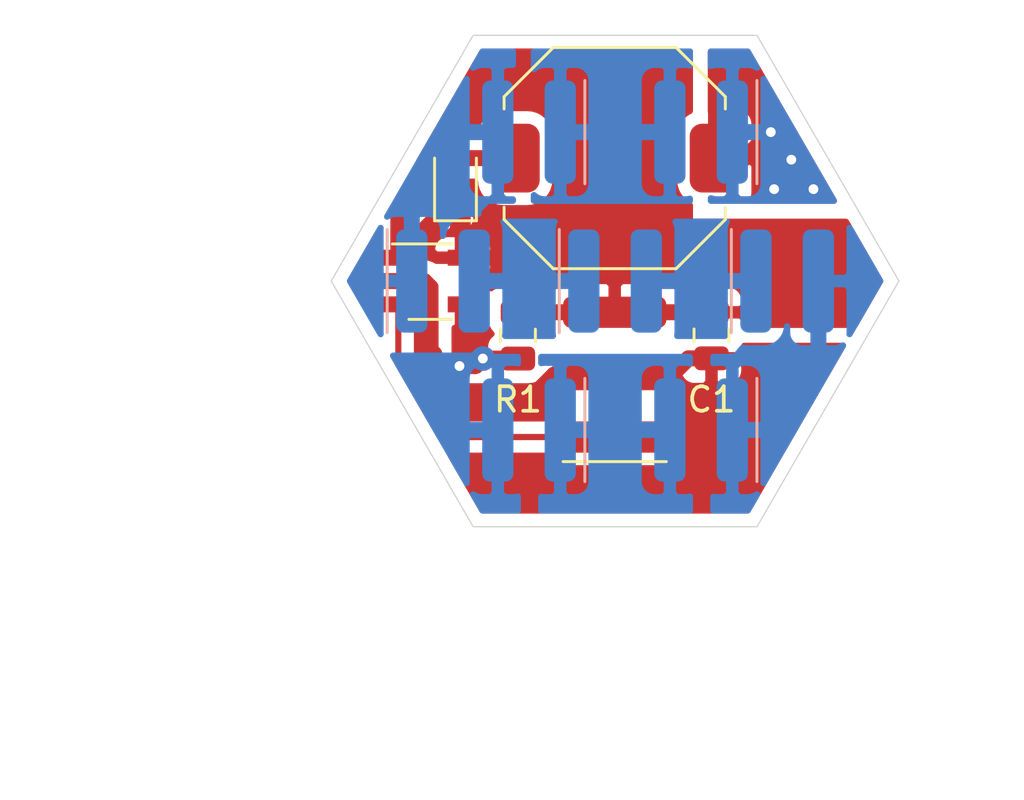
<source format=kicad_pcb>
(kicad_pcb (version 20171130) (host pcbnew "(5.1.6)-1")

  (general
    (thickness 1.6)
    (drawings 8)
    (tracks 60)
    (zones 0)
    (modules 13)
    (nets 13)
  )

  (page A4)
  (layers
    (0 F.Cu signal)
    (31 B.Cu signal)
    (32 B.Adhes user)
    (33 F.Adhes user)
    (34 B.Paste user)
    (35 F.Paste user)
    (36 B.SilkS user)
    (37 F.SilkS user)
    (38 B.Mask user)
    (39 F.Mask user)
    (40 Dwgs.User user)
    (41 Cmts.User user)
    (42 Eco1.User user)
    (43 Eco2.User user)
    (44 Edge.Cuts user)
    (45 Margin user)
    (46 B.CrtYd user)
    (47 F.CrtYd user)
    (48 B.Fab user)
    (49 F.Fab user)
  )

  (setup
    (last_trace_width 0.25)
    (trace_clearance 0.2)
    (zone_clearance 0.508)
    (zone_45_only no)
    (trace_min 0.2)
    (via_size 1)
    (via_drill 0.4)
    (via_min_size 0.4)
    (via_min_drill 0.3)
    (uvia_size 0.3)
    (uvia_drill 0.1)
    (uvias_allowed no)
    (uvia_min_size 0.2)
    (uvia_min_drill 0.1)
    (edge_width 0.05)
    (segment_width 0.2)
    (pcb_text_width 0.3)
    (pcb_text_size 1.5 1.5)
    (mod_edge_width 0.12)
    (mod_text_size 1 1)
    (mod_text_width 0.15)
    (pad_size 1.524 1.524)
    (pad_drill 0.762)
    (pad_to_mask_clearance 0.05)
    (aux_axis_origin 0 0)
    (visible_elements 7FFFFFFF)
    (pcbplotparams
      (layerselection 0x010d0_ffffffff)
      (usegerberextensions false)
      (usegerberattributes true)
      (usegerberadvancedattributes true)
      (creategerberjobfile true)
      (excludeedgelayer true)
      (linewidth 0.100000)
      (plotframeref false)
      (viasonmask false)
      (mode 1)
      (useauxorigin false)
      (hpglpennumber 1)
      (hpglpenspeed 20)
      (hpglpendiameter 15.000000)
      (psnegative false)
      (psa4output false)
      (plotreference true)
      (plotvalue true)
      (plotinvisibletext false)
      (padsonsilk false)
      (subtractmaskfromsilk false)
      (outputformat 1)
      (mirror false)
      (drillshape 0)
      (scaleselection 1)
      (outputdirectory ""))
  )

  (net 0 "")
  (net 1 GND)
  (net 2 VS)
  (net 3 "Net-(D1-Pad2)")
  (net 4 "Net-(D1-Pad1)")
  (net 5 "Net-(D2-Pad1)")
  (net 6 "Net-(D3-Pad1)")
  (net 7 "Net-(D4-Pad1)")
  (net 8 "Net-(D5-Pad1)")
  (net 9 "Net-(D6-Pad1)")
  (net 10 "Net-(J1-Pad1)")
  (net 11 "Net-(D7-Pad1)")
  (net 12 "Net-(D8-Pad2)")

  (net_class Default "This is the default net class."
    (clearance 0.2)
    (trace_width 0.25)
    (via_dia 1)
    (via_drill 0.4)
    (uvia_dia 0.3)
    (uvia_drill 0.1)
    (add_net "Net-(J1-Pad1)")
  )

  (net_class 300mA ""
    (clearance 0.2)
    (trace_width 0.65)
    (via_dia 1)
    (via_drill 0.4)
    (uvia_dia 0.3)
    (uvia_drill 0.1)
    (add_net GND)
    (add_net "Net-(D1-Pad1)")
    (add_net "Net-(D1-Pad2)")
    (add_net "Net-(D2-Pad1)")
    (add_net "Net-(D3-Pad1)")
    (add_net "Net-(D4-Pad1)")
    (add_net "Net-(D5-Pad1)")
    (add_net "Net-(D6-Pad1)")
    (add_net "Net-(D7-Pad1)")
    (add_net "Net-(D8-Pad2)")
    (add_net VS)
  )

  (module Package_TO_SOT_SMD:TSOT-23-5 (layer F.Cu) (tedit 5A02FF57) (tstamp 618EFDD5)
    (at 137.922 78.74)
    (descr "5-pin TSOT23 package, http://cds.linear.com/docs/en/packaging/SOT_5_05-08-1635.pdf")
    (tags TSOT-23-5)
    (path /618EC6C1)
    (attr smd)
    (fp_text reference U1 (at 0 -2.45) (layer F.SilkS) hide
      (effects (font (size 1 1) (thickness 0.15)))
    )
    (fp_text value ZXLD1350 (at 0 2.5) (layer F.Fab)
      (effects (font (size 1 1) (thickness 0.15)))
    )
    (fp_line (start 2.17 1.7) (end -2.17 1.7) (layer F.CrtYd) (width 0.05))
    (fp_line (start 2.17 1.7) (end 2.17 -1.7) (layer F.CrtYd) (width 0.05))
    (fp_line (start -2.17 -1.7) (end -2.17 1.7) (layer F.CrtYd) (width 0.05))
    (fp_line (start -2.17 -1.7) (end 2.17 -1.7) (layer F.CrtYd) (width 0.05))
    (fp_line (start 0.88 -1.45) (end 0.88 1.45) (layer F.Fab) (width 0.1))
    (fp_line (start 0.88 1.45) (end -0.88 1.45) (layer F.Fab) (width 0.1))
    (fp_line (start -0.88 -1) (end -0.88 1.45) (layer F.Fab) (width 0.1))
    (fp_line (start 0.88 -1.45) (end -0.43 -1.45) (layer F.Fab) (width 0.1))
    (fp_line (start -0.88 -1) (end -0.43 -1.45) (layer F.Fab) (width 0.1))
    (fp_line (start 0.88 -1.51) (end -1.55 -1.51) (layer F.SilkS) (width 0.12))
    (fp_line (start -0.88 1.56) (end 0.88 1.56) (layer F.SilkS) (width 0.12))
    (fp_text user %R (at 0 0 90) (layer F.Fab)
      (effects (font (size 0.5 0.5) (thickness 0.075)))
    )
    (pad 5 smd rect (at 1.31 -0.95) (size 1.22 0.65) (layers F.Cu F.Paste F.Mask)
      (net 2 VS))
    (pad 4 smd rect (at 1.31 0.95) (size 1.22 0.65) (layers F.Cu F.Paste F.Mask)
      (net 3 "Net-(D1-Pad2)"))
    (pad 3 smd rect (at -1.31 0.95) (size 1.22 0.65) (layers F.Cu F.Paste F.Mask)
      (net 10 "Net-(J1-Pad1)"))
    (pad 2 smd rect (at -1.31 0) (size 1.22 0.65) (layers F.Cu F.Paste F.Mask)
      (net 1 GND))
    (pad 1 smd rect (at -1.31 -0.95) (size 1.22 0.65) (layers F.Cu F.Paste F.Mask)
      (net 12 "Net-(D8-Pad2)"))
    (model ${KISYS3DMOD}/Package_TO_SOT_SMD.3dshapes/TSOT-23-5.wrl
      (at (xyz 0 0 0))
      (scale (xyz 1 1 1))
      (rotate (xyz 0 0 0))
    )
  )

  (module Diode_SMD:D_SOD-323 (layer F.Cu) (tedit 58641739) (tstamp 618EFB3D)
    (at 138.938 74.7862 90)
    (descr SOD-323)
    (tags SOD-323)
    (path /61915E62)
    (attr smd)
    (fp_text reference D8 (at 0 -1.85 90) (layer F.SilkS) hide
      (effects (font (size 1 1) (thickness 0.15)))
    )
    (fp_text value D_Schottky (at 0.1 1.9 90) (layer F.Fab)
      (effects (font (size 1 1) (thickness 0.15)))
    )
    (fp_line (start -1.5 -0.85) (end 1.05 -0.85) (layer F.SilkS) (width 0.12))
    (fp_line (start -1.5 0.85) (end 1.05 0.85) (layer F.SilkS) (width 0.12))
    (fp_line (start -1.6 -0.95) (end -1.6 0.95) (layer F.CrtYd) (width 0.05))
    (fp_line (start -1.6 0.95) (end 1.6 0.95) (layer F.CrtYd) (width 0.05))
    (fp_line (start 1.6 -0.95) (end 1.6 0.95) (layer F.CrtYd) (width 0.05))
    (fp_line (start -1.6 -0.95) (end 1.6 -0.95) (layer F.CrtYd) (width 0.05))
    (fp_line (start -0.9 -0.7) (end 0.9 -0.7) (layer F.Fab) (width 0.1))
    (fp_line (start 0.9 -0.7) (end 0.9 0.7) (layer F.Fab) (width 0.1))
    (fp_line (start 0.9 0.7) (end -0.9 0.7) (layer F.Fab) (width 0.1))
    (fp_line (start -0.9 0.7) (end -0.9 -0.7) (layer F.Fab) (width 0.1))
    (fp_line (start -0.3 -0.35) (end -0.3 0.35) (layer F.Fab) (width 0.1))
    (fp_line (start -0.3 0) (end -0.5 0) (layer F.Fab) (width 0.1))
    (fp_line (start -0.3 0) (end 0.2 -0.35) (layer F.Fab) (width 0.1))
    (fp_line (start 0.2 -0.35) (end 0.2 0.35) (layer F.Fab) (width 0.1))
    (fp_line (start 0.2 0.35) (end -0.3 0) (layer F.Fab) (width 0.1))
    (fp_line (start 0.2 0) (end 0.45 0) (layer F.Fab) (width 0.1))
    (fp_line (start -1.5 -0.85) (end -1.5 0.85) (layer F.SilkS) (width 0.12))
    (fp_text user %R (at 0 -1.85 90) (layer F.Fab)
      (effects (font (size 1 1) (thickness 0.15)))
    )
    (pad 2 smd rect (at 1.05 0 90) (size 0.6 0.45) (layers F.Cu F.Paste F.Mask)
      (net 12 "Net-(D8-Pad2)"))
    (pad 1 smd rect (at -1.05 0 90) (size 0.6 0.45) (layers F.Cu F.Paste F.Mask)
      (net 2 VS))
    (model ${KISYS3DMOD}/Diode_SMD.3dshapes/D_SOD-323.wrl
      (at (xyz 0 0 0))
      (scale (xyz 1 1 1))
      (rotate (xyz 0 0 0))
    )
  )

  (module IRheating:91601-302LF (layer B.Cu) (tedit 618D2B19) (tstamp 618C85B8)
    (at 150.2 72.6778 180)
    (path /618C7F50)
    (fp_text reference D7 (at 1.5 3) (layer B.SilkS) hide
      (effects (font (size 1 1) (thickness 0.15)) (justify mirror))
    )
    (fp_text value "SFH 4550" (at 1.5 -3.5) (layer B.Fab)
      (effects (font (size 1 1) (thickness 0.15)) (justify mirror))
    )
    (fp_line (start -1 2.1) (end -1 -2.1) (layer B.SilkS) (width 0.12))
    (pad 2 smd roundrect (at 2.54 0 180) (size 1.27 4.2) (layers B.Cu B.Paste B.Mask) (roundrect_rratio 0.25)
      (net 9 "Net-(D6-Pad1)"))
    (pad 1 smd roundrect (at 0 0 180) (size 1.27 4.2) (layers B.Cu B.Paste B.Mask) (roundrect_rratio 0.25)
      (net 11 "Net-(D7-Pad1)"))
    (model ${KIPRJMOD}/91601-302LFc.stp
      (offset (xyz 1.27 0 7.2))
      (scale (xyz 1 1 1))
      (rotate (xyz -90 0 0))
    )
    (model ${KISYS3DMOD}/LED_THT.3dshapes/LED_D5.0mm.step
      (offset (xyz 0 0 4.5))
      (scale (xyz 1 1 1))
      (rotate (xyz 0 0 0))
    )
  )

  (module IRheating:91601-302LF (layer B.Cu) (tedit 618D2B19) (tstamp 618C874A)
    (at 143.2 84.8022 180)
    (path /618C0BB3)
    (fp_text reference D1 (at 1.5 3) (layer B.SilkS) hide
      (effects (font (size 1 1) (thickness 0.15)) (justify mirror))
    )
    (fp_text value "SFH 4550" (at 1.5 -3.5) (layer B.Fab)
      (effects (font (size 1 1) (thickness 0.15)) (justify mirror))
    )
    (fp_line (start -1 2.1) (end -1 -2.1) (layer B.SilkS) (width 0.12))
    (pad 2 smd roundrect (at 2.54 0 180) (size 1.27 4.2) (layers B.Cu B.Paste B.Mask) (roundrect_rratio 0.25)
      (net 3 "Net-(D1-Pad2)"))
    (pad 1 smd roundrect (at 0 0 180) (size 1.27 4.2) (layers B.Cu B.Paste B.Mask) (roundrect_rratio 0.25)
      (net 4 "Net-(D1-Pad1)"))
    (model ${KIPRJMOD}/91601-302LFc.stp
      (offset (xyz 1.27 0 7.2))
      (scale (xyz 1 1 1))
      (rotate (xyz -90 0 0))
    )
    (model ${KISYS3DMOD}/LED_THT.3dshapes/LED_D5.0mm.step
      (offset (xyz 0 0 4.5))
      (scale (xyz 1 1 1))
      (rotate (xyz 0 0 0))
    )
  )

  (module IRheating:91601-302LF (layer B.Cu) (tedit 618D2B19) (tstamp 618C854A)
    (at 150.2 84.8022 180)
    (path /618C703C)
    (fp_text reference D2 (at 1.5 3) (layer B.SilkS) hide
      (effects (font (size 1 1) (thickness 0.15)) (justify mirror))
    )
    (fp_text value "SFH 4550" (at 1.5 -3.5) (layer B.Fab)
      (effects (font (size 1 1) (thickness 0.15)) (justify mirror))
    )
    (fp_line (start -1 2.1) (end -1 -2.1) (layer B.SilkS) (width 0.12))
    (pad 2 smd roundrect (at 2.54 0 180) (size 1.27 4.2) (layers B.Cu B.Paste B.Mask) (roundrect_rratio 0.25)
      (net 4 "Net-(D1-Pad1)"))
    (pad 1 smd roundrect (at 0 0 180) (size 1.27 4.2) (layers B.Cu B.Paste B.Mask) (roundrect_rratio 0.25)
      (net 5 "Net-(D2-Pad1)"))
    (model ${KIPRJMOD}/91601-302LFc.stp
      (offset (xyz 1.27 0 7.2))
      (scale (xyz 1 1 1))
      (rotate (xyz -90 0 0))
    )
    (model ${KISYS3DMOD}/LED_THT.3dshapes/LED_D5.0mm.step
      (offset (xyz 0 0 4.5))
      (scale (xyz 1 1 1))
      (rotate (xyz 0 0 0))
    )
  )

  (module IRheating:91601-302LF (layer B.Cu) (tedit 618D2B19) (tstamp 618C880A)
    (at 151.16 78.74)
    (path /618C7460)
    (fp_text reference D3 (at 1.5 3) (layer B.SilkS) hide
      (effects (font (size 1 1) (thickness 0.15)) (justify mirror))
    )
    (fp_text value "SFH 4550" (at 1.5 -3.5) (layer B.Fab)
      (effects (font (size 1 1) (thickness 0.15)) (justify mirror))
    )
    (fp_line (start -1 2.1) (end -1 -2.1) (layer B.SilkS) (width 0.12))
    (pad 2 smd roundrect (at 2.54 0) (size 1.27 4.2) (layers B.Cu B.Paste B.Mask) (roundrect_rratio 0.25)
      (net 5 "Net-(D2-Pad1)"))
    (pad 1 smd roundrect (at 0 0) (size 1.27 4.2) (layers B.Cu B.Paste B.Mask) (roundrect_rratio 0.25)
      (net 6 "Net-(D3-Pad1)"))
    (model ${KIPRJMOD}/91601-302LFc.stp
      (offset (xyz 1.27 0 7.2))
      (scale (xyz 1 1 1))
      (rotate (xyz -90 0 0))
    )
    (model ${KISYS3DMOD}/LED_THT.3dshapes/LED_D5.0mm.step
      (offset (xyz 0 0 4.5))
      (scale (xyz 1 1 1))
      (rotate (xyz 0 0 0))
    )
  )

  (module IRheating:91601-302LF (layer B.Cu) (tedit 618D2B19) (tstamp 618CA7CA)
    (at 144.16 78.74)
    (path /618C746A)
    (fp_text reference D4 (at 1.5 3) (layer B.SilkS) hide
      (effects (font (size 1 1) (thickness 0.15)) (justify mirror))
    )
    (fp_text value "SFH 4550" (at 1.5 -3.5) (layer B.Fab)
      (effects (font (size 1 1) (thickness 0.15)) (justify mirror))
    )
    (fp_line (start -1 2.1) (end -1 -2.1) (layer B.SilkS) (width 0.12))
    (pad 2 smd roundrect (at 2.54 0) (size 1.27 4.2) (layers B.Cu B.Paste B.Mask) (roundrect_rratio 0.25)
      (net 6 "Net-(D3-Pad1)"))
    (pad 1 smd roundrect (at 0 0) (size 1.27 4.2) (layers B.Cu B.Paste B.Mask) (roundrect_rratio 0.25)
      (net 7 "Net-(D4-Pad1)"))
    (model ${KIPRJMOD}/91601-302LFc.stp
      (offset (xyz 1.27 0 7.2))
      (scale (xyz 1 1 1))
      (rotate (xyz -90 0 0))
    )
    (model ${KISYS3DMOD}/LED_THT.3dshapes/LED_D5.0mm.step
      (offset (xyz 0 0 4.5))
      (scale (xyz 1 1 1))
      (rotate (xyz 0 0 0))
    )
  )

  (module IRheating:91601-302LF (layer B.Cu) (tedit 618D2B19) (tstamp 618CC15C)
    (at 137.16 78.74)
    (path /618C7F3C)
    (fp_text reference D5 (at 1.5 3) (layer B.SilkS) hide
      (effects (font (size 1 1) (thickness 0.15)) (justify mirror))
    )
    (fp_text value "SFH 4550" (at 1.5 -3.5) (layer B.Fab)
      (effects (font (size 1 1) (thickness 0.15)) (justify mirror))
    )
    (fp_line (start -1 2.1) (end -1 -2.1) (layer B.SilkS) (width 0.12))
    (pad 2 smd roundrect (at 2.54 0) (size 1.27 4.2) (layers B.Cu B.Paste B.Mask) (roundrect_rratio 0.25)
      (net 7 "Net-(D4-Pad1)"))
    (pad 1 smd roundrect (at 0 0) (size 1.27 4.2) (layers B.Cu B.Paste B.Mask) (roundrect_rratio 0.25)
      (net 8 "Net-(D5-Pad1)"))
    (model ${KIPRJMOD}/91601-302LFc.stp
      (offset (xyz 1.27 0 7.2))
      (scale (xyz 1 1 1))
      (rotate (xyz -90 0 0))
    )
    (model ${KISYS3DMOD}/LED_THT.3dshapes/LED_D5.0mm.step
      (offset (xyz 0 0 4.5))
      (scale (xyz 1 1 1))
      (rotate (xyz 0 0 0))
    )
  )

  (module IRheating:91601-302LF (layer B.Cu) (tedit 618D2B19) (tstamp 618C85A2)
    (at 143.2 72.6778 180)
    (path /618C7F46)
    (fp_text reference D6 (at 1.5 3) (layer B.SilkS) hide
      (effects (font (size 1 1) (thickness 0.15)) (justify mirror))
    )
    (fp_text value "SFH 4550" (at 1.5 -3.5) (layer B.Fab)
      (effects (font (size 1 1) (thickness 0.15)) (justify mirror))
    )
    (fp_line (start -1 2.1) (end -1 -2.1) (layer B.SilkS) (width 0.12))
    (pad 2 smd roundrect (at 2.54 0 180) (size 1.27 4.2) (layers B.Cu B.Paste B.Mask) (roundrect_rratio 0.25)
      (net 8 "Net-(D5-Pad1)"))
    (pad 1 smd roundrect (at 0 0 180) (size 1.27 4.2) (layers B.Cu B.Paste B.Mask) (roundrect_rratio 0.25)
      (net 9 "Net-(D6-Pad1)"))
    (model ${KIPRJMOD}/91601-302LFc.stp
      (offset (xyz 1.27 0 7.2))
      (scale (xyz 1 1 1))
      (rotate (xyz -90 0 0))
    )
    (model ${KISYS3DMOD}/LED_THT.3dshapes/LED_D5.0mm.step
      (offset (xyz 0 0 4.5))
      (scale (xyz 1 1 1))
      (rotate (xyz 0 0 0))
    )
  )

  (module IRheating:CDRH8D58 (layer F.Cu) (tedit 618D2976) (tstamp 618F003C)
    (at 145.415 73.7362 180)
    (path /618CE241)
    (fp_text reference L1 (at 0 -5.5) (layer F.SilkS) hide
      (effects (font (size 1 1) (thickness 0.15)))
    )
    (fp_text value 68uH (at 0 2.5) (layer F.Fab)
      (effects (font (size 1 1) (thickness 0.15)))
    )
    (fp_line (start -5 -3) (end -3 -5) (layer F.CrtYd) (width 0.12))
    (fp_line (start -3 -5) (end 3 -5) (layer F.CrtYd) (width 0.12))
    (fp_line (start 3 -5) (end 5 -3) (layer F.CrtYd) (width 0.12))
    (fp_line (start 5 -3) (end 5 2.5) (layer F.CrtYd) (width 0.12))
    (fp_line (start 5 2.5) (end 5 3) (layer F.CrtYd) (width 0.12))
    (fp_line (start 5 3) (end 3 5) (layer F.CrtYd) (width 0.12))
    (fp_line (start 3 5) (end -3 5) (layer F.CrtYd) (width 0.12))
    (fp_line (start -3 5) (end -5 3) (layer F.CrtYd) (width 0.12))
    (fp_line (start -5 3) (end -5 -3) (layer F.CrtYd) (width 0.12))
    (fp_line (start -4.5 -2) (end -4.5 -2.5) (layer F.SilkS) (width 0.12))
    (fp_line (start -4.5 -2.5) (end -2.5 -4.5) (layer F.SilkS) (width 0.12))
    (fp_line (start -2.5 -4.5) (end 2.5 -4.5) (layer F.SilkS) (width 0.12))
    (fp_line (start 2.5 -4.5) (end 4.5 -2.5) (layer F.SilkS) (width 0.12))
    (fp_line (start 4.5 -2.5) (end 4.5 -2) (layer F.SilkS) (width 0.12))
    (fp_line (start 4.5 2) (end 4.5 2.5) (layer F.SilkS) (width 0.12))
    (fp_line (start 4.5 2.5) (end 2.5 4.5) (layer F.SilkS) (width 0.12))
    (fp_line (start 2.5 4.5) (end -2.5 4.5) (layer F.SilkS) (width 0.12))
    (fp_line (start -2.5 4.5) (end -4.5 2.5) (layer F.SilkS) (width 0.12))
    (fp_line (start -4.5 2.5) (end -4.5 2) (layer F.SilkS) (width 0.12))
    (pad 2 smd roundrect (at 4.05 0 180) (size 2 2.8) (layers F.Cu F.Paste F.Mask) (roundrect_rratio 0.25)
      (net 12 "Net-(D8-Pad2)"))
    (pad 1 smd roundrect (at -4.05 0 180) (size 2 2.8) (layers F.Cu F.Paste F.Mask) (roundrect_rratio 0.25)
      (net 11 "Net-(D7-Pad1)"))
    (model ${KIPRJMOD}/CDRH8D58.stp
      (at (xyz 0 0 0))
      (scale (xyz 1 1 1))
      (rotate (xyz 0 0 0))
    )
  )

  (module IRheating:91601-303LF (layer F.Cu) (tedit 618D29A1) (tstamp 618EFCA6)
    (at 145.415 85.09 90)
    (path /618F82B6)
    (fp_text reference J1 (at 1.5 -3 90) (layer F.SilkS) hide
      (effects (font (size 1 1) (thickness 0.15)))
    )
    (fp_text value Conn_01x03_Male (at 1.5 3.5 90) (layer F.Fab)
      (effects (font (size 1 1) (thickness 0.15)))
    )
    (fp_line (start -1 -2.1) (end -1 2.1) (layer F.SilkS) (width 0.12))
    (pad 3 smd roundrect (at 5.08 0 90) (size 1.27 4.2) (layers F.Cu F.Paste F.Mask) (roundrect_rratio 0.25)
      (net 2 VS))
    (pad 2 smd roundrect (at 2.54 0 90) (size 1.27 4.2) (layers F.Cu F.Paste F.Mask) (roundrect_rratio 0.25)
      (net 1 GND))
    (pad 1 smd roundrect (at 0 0 90) (size 1.27 4.2) (layers F.Cu F.Paste F.Mask) (roundrect_rratio 0.25)
      (net 10 "Net-(J1-Pad1)"))
    (model ${KIPRJMOD}/91601-303LFc.stp
      (offset (xyz 2.54 0 7.15))
      (scale (xyz 1 1 1))
      (rotate (xyz -90 0 0))
    )
  )

  (module Resistor_SMD:R_0805_2012Metric (layer F.Cu) (tedit 5B36C52B) (tstamp 618F0CFA)
    (at 141.478 80.9575 90)
    (descr "Resistor SMD 0805 (2012 Metric), square (rectangular) end terminal, IPC_7351 nominal, (Body size source: https://docs.google.com/spreadsheets/d/1BsfQQcO9C6DZCsRaXUlFlo91Tg2WpOkGARC1WS5S8t0/edit?usp=sharing), generated with kicad-footprint-generator")
    (tags resistor)
    (path /618E2570)
    (attr smd)
    (fp_text reference R1 (at -2.6085 0 180) (layer F.SilkS)
      (effects (font (size 1 1) (thickness 0.15)))
    )
    (fp_text value 1 (at 0 1.65 90) (layer F.Fab)
      (effects (font (size 1 1) (thickness 0.15)))
    )
    (fp_line (start 1.68 0.95) (end -1.68 0.95) (layer F.CrtYd) (width 0.05))
    (fp_line (start 1.68 -0.95) (end 1.68 0.95) (layer F.CrtYd) (width 0.05))
    (fp_line (start -1.68 -0.95) (end 1.68 -0.95) (layer F.CrtYd) (width 0.05))
    (fp_line (start -1.68 0.95) (end -1.68 -0.95) (layer F.CrtYd) (width 0.05))
    (fp_line (start -0.258578 0.71) (end 0.258578 0.71) (layer F.SilkS) (width 0.12))
    (fp_line (start -0.258578 -0.71) (end 0.258578 -0.71) (layer F.SilkS) (width 0.12))
    (fp_line (start 1 0.6) (end -1 0.6) (layer F.Fab) (width 0.1))
    (fp_line (start 1 -0.6) (end 1 0.6) (layer F.Fab) (width 0.1))
    (fp_line (start -1 -0.6) (end 1 -0.6) (layer F.Fab) (width 0.1))
    (fp_line (start -1 0.6) (end -1 -0.6) (layer F.Fab) (width 0.1))
    (fp_text user %R (at 0 0 90) (layer F.Fab)
      (effects (font (size 0.5 0.5) (thickness 0.08)))
    )
    (pad 2 smd roundrect (at 0.9375 0 90) (size 0.975 1.4) (layers F.Cu F.Paste F.Mask) (roundrect_rratio 0.25)
      (net 2 VS))
    (pad 1 smd roundrect (at -0.9375 0 90) (size 0.975 1.4) (layers F.Cu F.Paste F.Mask) (roundrect_rratio 0.25)
      (net 3 "Net-(D1-Pad2)"))
    (model ${KISYS3DMOD}/Resistor_SMD.3dshapes/R_0805_2012Metric.wrl
      (at (xyz 0 0 0))
      (scale (xyz 1 1 1))
      (rotate (xyz 0 0 0))
    )
  )

  (module Capacitor_SMD:C_0805_2012Metric (layer F.Cu) (tedit 5B36C52B) (tstamp 618F0D2A)
    (at 149.352 80.9498 270)
    (descr "Capacitor SMD 0805 (2012 Metric), square (rectangular) end terminal, IPC_7351 nominal, (Body size source: https://docs.google.com/spreadsheets/d/1BsfQQcO9C6DZCsRaXUlFlo91Tg2WpOkGARC1WS5S8t0/edit?usp=sharing), generated with kicad-footprint-generator")
    (tags capacitor)
    (path /618CD937)
    (attr smd)
    (fp_text reference C1 (at 2.6162 0 180) (layer F.SilkS)
      (effects (font (size 1 1) (thickness 0.15)))
    )
    (fp_text value 10uF (at 0 1.65 90) (layer F.Fab)
      (effects (font (size 1 1) (thickness 0.15)))
    )
    (fp_line (start 1.68 0.95) (end -1.68 0.95) (layer F.CrtYd) (width 0.05))
    (fp_line (start 1.68 -0.95) (end 1.68 0.95) (layer F.CrtYd) (width 0.05))
    (fp_line (start -1.68 -0.95) (end 1.68 -0.95) (layer F.CrtYd) (width 0.05))
    (fp_line (start -1.68 0.95) (end -1.68 -0.95) (layer F.CrtYd) (width 0.05))
    (fp_line (start -0.258578 0.71) (end 0.258578 0.71) (layer F.SilkS) (width 0.12))
    (fp_line (start -0.258578 -0.71) (end 0.258578 -0.71) (layer F.SilkS) (width 0.12))
    (fp_line (start 1 0.6) (end -1 0.6) (layer F.Fab) (width 0.1))
    (fp_line (start 1 -0.6) (end 1 0.6) (layer F.Fab) (width 0.1))
    (fp_line (start -1 -0.6) (end 1 -0.6) (layer F.Fab) (width 0.1))
    (fp_line (start -1 0.6) (end -1 -0.6) (layer F.Fab) (width 0.1))
    (fp_text user %R (at 0 0 90) (layer F.Fab)
      (effects (font (size 0.5 0.5) (thickness 0.08)))
    )
    (pad 2 smd roundrect (at 0.9375 0 270) (size 0.975 1.4) (layers F.Cu F.Paste F.Mask) (roundrect_rratio 0.25)
      (net 1 GND))
    (pad 1 smd roundrect (at -0.9375 0 270) (size 0.975 1.4) (layers F.Cu F.Paste F.Mask) (roundrect_rratio 0.25)
      (net 2 VS))
    (model ${KISYS3DMOD}/Capacitor_SMD.3dshapes/C_0805_2012Metric.wrl
      (at (xyz 0 0 0))
      (scale (xyz 1 1 1))
      (rotate (xyz 0 0 0))
    )
  )

  (dimension 23.094508 (width 0.15) (layer Dwgs.User)
    (gr_text "23.095 mm" (at 125.639787 90.166869 300.002137) (layer Dwgs.User)
      (effects (font (size 1 1) (thickness 0.15)))
    )
    (feature1 (pts (xy 151.204 88.74) (xy 132.031752 99.810056)))
    (feature2 (pts (xy 139.656 68.74) (xy 120.483752 79.810056)))
    (crossbar (pts (xy 120.991596 79.516827) (xy 132.539596 99.516827)))
    (arrow1a (pts (xy 132.539596 99.516827) (xy 131.468463 98.834496)))
    (arrow1b (pts (xy 132.539596 99.516827) (xy 132.484152 98.248038)))
    (arrow2a (pts (xy 120.991596 79.516827) (xy 121.04704 80.785616)))
    (arrow2b (pts (xy 120.991596 79.516827) (xy 122.062729 80.199158)))
  )
  (dimension 20.000426 (width 0.15) (layer Dwgs.User)
    (gr_text "20.000 mm" (at 153.705719 93.074667 29.99929539) (layer Dwgs.User)
      (effects (font (size 1 1) (thickness 0.15)))
    )
    (feature1 (pts (xy 156.977 78.74) (xy 162.009437 87.456684)))
    (feature2 (pts (xy 139.656 88.74) (xy 144.688437 97.456684)))
    (crossbar (pts (xy 144.395233 96.948826) (xy 161.716233 86.948826)))
    (arrow1a (pts (xy 161.716233 86.948826) (xy 161.033849 88.019925)))
    (arrow1b (pts (xy 161.716233 86.948826) (xy 160.447441 87.004207)))
    (arrow2a (pts (xy 144.395233 96.948826) (xy 145.664025 96.893445)))
    (arrow2b (pts (xy 144.395233 96.948826) (xy 145.077617 95.877727)))
  )
  (gr_line (start 133.883 78.74) (end 139.656 68.74) (layer Edge.Cuts) (width 0.05) (tstamp 618C92A1))
  (gr_line (start 139.656 88.74) (end 133.883 78.74) (layer Edge.Cuts) (width 0.05))
  (gr_line (start 156.977 78.74) (end 151.204 88.74) (layer Edge.Cuts) (width 0.05) (tstamp 618C92A0))
  (gr_line (start 151.204 68.74) (end 156.977 78.74) (layer Edge.Cuts) (width 0.05))
  (gr_line (start 151.204 88.74) (end 139.656 88.74) (layer Edge.Cuts) (width 0.05))
  (gr_line (start 139.656 68.74) (end 151.204 68.74) (layer Edge.Cuts) (width 0.05))

  (segment (start 142.274999 83.225001) (end 142.95 82.55) (width 0.65) (layer F.Cu) (net 1))
  (segment (start 136.612 78.74) (end 137.668 78.74) (width 0.65) (layer F.Cu) (net 1))
  (segment (start 137.922 78.994) (end 137.922 81.555) (width 0.65) (layer F.Cu) (net 1))
  (segment (start 142.95 82.55) (end 145.415 82.55) (width 0.65) (layer F.Cu) (net 1))
  (segment (start 138.607999 83.225001) (end 142.274999 83.225001) (width 0.65) (layer F.Cu) (net 1))
  (segment (start 138.074999 81.707999) (end 138.074999 82.692001) (width 0.65) (layer F.Cu) (net 1))
  (segment (start 137.668 78.74) (end 137.922 78.994) (width 0.65) (layer F.Cu) (net 1))
  (segment (start 137.922 81.555) (end 138.074999 81.707999) (width 0.65) (layer F.Cu) (net 1))
  (segment (start 138.074999 82.692001) (end 138.607999 83.225001) (width 0.65) (layer F.Cu) (net 1))
  (segment (start 145.415 82.55) (end 147.75 82.55) (width 0.65) (layer F.Cu) (net 1))
  (segment (start 148.4127 81.8873) (end 149.352 81.8873) (width 0.65) (layer F.Cu) (net 1))
  (segment (start 147.75 82.55) (end 148.4127 81.8873) (width 0.65) (layer F.Cu) (net 1))
  (segment (start 149.3497 80.01) (end 149.352 80.0123) (width 0.65) (layer F.Cu) (net 2))
  (segment (start 145.415 80.01) (end 149.3497 80.01) (width 0.65) (layer F.Cu) (net 2))
  (segment (start 141.488 80.01) (end 141.478 80.02) (width 0.65) (layer F.Cu) (net 2))
  (segment (start 145.415 80.01) (end 141.488 80.01) (width 0.65) (layer F.Cu) (net 2))
  (segment (start 139.232 77.79) (end 140.782 77.79) (width 0.65) (layer F.Cu) (net 2))
  (segment (start 141.478 78.486) (end 141.478 80.02) (width 0.65) (layer F.Cu) (net 2))
  (segment (start 140.782 77.79) (end 141.478 78.486) (width 0.65) (layer F.Cu) (net 2))
  (segment (start 139.232 76.1302) (end 138.938 75.8362) (width 0.65) (layer F.Cu) (net 2))
  (segment (start 139.232 77.79) (end 139.232 76.1302) (width 0.65) (layer F.Cu) (net 2))
  (segment (start 141.478 81.895) (end 140.061 81.895) (width 0.65) (layer F.Cu) (net 3))
  (segment (start 139.232 81.066) (end 139.232 79.69) (width 0.65) (layer F.Cu) (net 3))
  (segment (start 140.061 81.895) (end 139.232 81.066) (width 0.65) (layer F.Cu) (net 3))
  (via (at 140.05 81.895) (size 1) (drill 0.4) (layers F.Cu B.Cu) (net 3))
  (via (at 139.1 82.2) (size 1) (drill 0.4) (layers F.Cu B.Cu) (net 3) (status 1000000))
  (segment (start 139.1 81.198) (end 139.232 81.066) (width 0.65) (layer F.Cu) (net 3))
  (segment (start 139.1 82.2) (end 139.1 81.198) (width 0.65) (layer F.Cu) (net 3))
  (segment (start 139.756 82.2) (end 140.061 81.895) (width 0.65) (layer F.Cu) (net 3))
  (segment (start 139.1 82.2) (end 139.756 82.2) (width 0.65) (layer F.Cu) (net 3))
  (segment (start 140.66 84.8022) (end 139.2022 84.8022) (width 0.65) (layer B.Cu) (net 3))
  (segment (start 139.1 84.7) (end 139.1 82.2) (width 0.65) (layer B.Cu) (net 3))
  (segment (start 139.2022 84.8022) (end 139.1 84.7) (width 0.65) (layer B.Cu) (net 3))
  (segment (start 147.66 84.8022) (end 143.2 84.8022) (width 0.65) (layer B.Cu) (net 4))
  (segment (start 151.7734 84.8022) (end 150.2 84.8022) (width 0.65) (layer B.Cu) (net 5))
  (segment (start 152.4878 83.2122) (end 152.4878 84.0878) (width 0.65) (layer B.Cu) (net 5))
  (segment (start 152.4878 84.0878) (end 151.7734 84.8022) (width 0.65) (layer B.Cu) (net 5))
  (segment (start 153.7 82) (end 152.4878 83.2122) (width 0.65) (layer B.Cu) (net 5))
  (segment (start 153.7 78.74) (end 153.7 82) (width 0.65) (layer B.Cu) (net 5))
  (segment (start 146.7 78.74) (end 151.16 78.74) (width 0.65) (layer B.Cu) (net 6))
  (segment (start 139.7 78.74) (end 144.16 78.74) (width 0.65) (layer B.Cu) (net 7))
  (segment (start 140.66 72.6778) (end 139.2852 72.6778) (width 0.65) (layer B.Cu) (net 8))
  (segment (start 137.16 74.803) (end 137.16 78.74) (width 0.65) (layer B.Cu) (net 8))
  (segment (start 139.2852 72.6778) (end 137.16 74.803) (width 0.65) (layer B.Cu) (net 8))
  (segment (start 143.2 72.6778) (end 147.66 72.6778) (width 0.65) (layer B.Cu) (net 9))
  (segment (start 136.612 79.69) (end 136.612 82.151) (width 0.25) (layer F.Cu) (net 10))
  (segment (start 136.612 82.151) (end 138.309 85.09) (width 0.25) (layer F.Cu) (net 10))
  (segment (start 145.415 85.09) (end 139.81 85.09) (width 0.25) (layer F.Cu) (net 10))
  (segment (start 139.551 85.09) (end 139.81 85.09) (width 0.25) (layer F.Cu) (net 10))
  (segment (start 139.81 85.09) (end 138.309 85.09) (width 0.25) (layer F.Cu) (net 10))
  (via (at 151.765 72.6778) (size 1) (drill 0.4) (layers F.Cu B.Cu) (net 11) (tstamp 618F13F1))
  (segment (start 150.7066 73.7362) (end 151.765 72.6778) (width 0.65) (layer F.Cu) (net 11))
  (segment (start 149.465 73.7362) (end 150.7066 73.7362) (width 0.65) (layer F.Cu) (net 11))
  (segment (start 150.2 72.6778) (end 151.765 72.6778) (width 0.65) (layer B.Cu) (net 11))
  (via (at 153.5 75) (size 1) (drill 0.4) (layers F.Cu B.Cu) (net 11))
  (via (at 151.9 75) (size 1) (drill 0.4) (layers F.Cu B.Cu) (net 11))
  (via (at 152.6 73.8) (size 1) (drill 0.4) (layers F.Cu B.Cu) (net 11))
  (segment (start 136.612 76.0622) (end 138.938 73.7362) (width 0.65) (layer F.Cu) (net 12))
  (segment (start 136.612 77.79) (end 136.612 76.0622) (width 0.65) (layer F.Cu) (net 12))
  (segment (start 141.365 73.7362) (end 138.938 73.7362) (width 0.65) (layer F.Cu) (net 12))

  (zone (net 9) (net_name "Net-(D6-Pad1)") (layer B.Cu) (tstamp 618E0D16) (hatch edge 0.508)
    (connect_pads (clearance 0.508))
    (min_thickness 0.254)
    (fill yes (arc_segments 32) (thermal_gap 0.508) (thermal_bridge_width 0.508))
    (polygon
      (pts
        (xy 148.6 75.6) (xy 142 75.6) (xy 142 68.5) (xy 148.6 68.5)
      )
    )
    (filled_polygon
      (pts
        (xy 148.473 69.968223) (xy 148.419482 69.951988) (xy 148.295 69.939728) (xy 147.94575 69.9428) (xy 147.787 70.10155)
        (xy 147.787 72.5508) (xy 147.807 72.5508) (xy 147.807 72.8048) (xy 147.787 72.8048) (xy 147.787 75.25405)
        (xy 147.94575 75.4128) (xy 148.295 75.415872) (xy 148.419482 75.403612) (xy 148.473 75.387377) (xy 148.473 75.473)
        (xy 142.127 75.473) (xy 142.127 75.239806) (xy 142.210506 75.308337) (xy 142.32082 75.367302) (xy 142.440518 75.403612)
        (xy 142.565 75.415872) (xy 142.91425 75.4128) (xy 143.073 75.25405) (xy 143.073 72.8048) (xy 143.327 72.8048)
        (xy 143.327 75.25405) (xy 143.48575 75.4128) (xy 143.835 75.415872) (xy 143.959482 75.403612) (xy 144.07918 75.367302)
        (xy 144.189494 75.308337) (xy 144.286185 75.228985) (xy 144.365537 75.132294) (xy 144.424502 75.02198) (xy 144.460812 74.902282)
        (xy 144.473072 74.7778) (xy 146.386928 74.7778) (xy 146.399188 74.902282) (xy 146.435498 75.02198) (xy 146.494463 75.132294)
        (xy 146.573815 75.228985) (xy 146.670506 75.308337) (xy 146.78082 75.367302) (xy 146.900518 75.403612) (xy 147.025 75.415872)
        (xy 147.37425 75.4128) (xy 147.533 75.25405) (xy 147.533 72.8048) (xy 146.54875 72.8048) (xy 146.39 72.96355)
        (xy 146.386928 74.7778) (xy 144.473072 74.7778) (xy 144.47 72.96355) (xy 144.31125 72.8048) (xy 143.327 72.8048)
        (xy 143.073 72.8048) (xy 143.053 72.8048) (xy 143.053 72.5508) (xy 143.073 72.5508) (xy 143.073 70.10155)
        (xy 143.327 70.10155) (xy 143.327 72.5508) (xy 144.31125 72.5508) (xy 144.47 72.39205) (xy 144.473072 70.5778)
        (xy 146.386928 70.5778) (xy 146.39 72.39205) (xy 146.54875 72.5508) (xy 147.533 72.5508) (xy 147.533 70.10155)
        (xy 147.37425 69.9428) (xy 147.025 69.939728) (xy 146.900518 69.951988) (xy 146.78082 69.988298) (xy 146.670506 70.047263)
        (xy 146.573815 70.126615) (xy 146.494463 70.223306) (xy 146.435498 70.33362) (xy 146.399188 70.453318) (xy 146.386928 70.5778)
        (xy 144.473072 70.5778) (xy 144.460812 70.453318) (xy 144.424502 70.33362) (xy 144.365537 70.223306) (xy 144.286185 70.126615)
        (xy 144.189494 70.047263) (xy 144.07918 69.988298) (xy 143.959482 69.951988) (xy 143.835 69.939728) (xy 143.48575 69.9428)
        (xy 143.327 70.10155) (xy 143.073 70.10155) (xy 142.91425 69.9428) (xy 142.565 69.939728) (xy 142.440518 69.951988)
        (xy 142.32082 69.988298) (xy 142.210506 70.047263) (xy 142.127 70.115794) (xy 142.127 69.4) (xy 148.473 69.4)
      )
    )
  )
  (zone (net 6) (net_name "Net-(D3-Pad1)") (layer B.Cu) (tstamp 618E0D13) (hatch edge 0.508)
    (connect_pads (clearance 0.508))
    (min_thickness 0.254)
    (fill yes (arc_segments 32) (thermal_gap 0.508) (thermal_bridge_width 0.508))
    (polygon
      (pts
        (xy 150.9 79.5) (xy 150.05 79.5) (xy 150.05 81.1) (xy 146 81.1) (xy 146 76.2)
        (xy 150.9 76.2)
      )
    )
    (filled_polygon
      (pts
        (xy 149.935498 76.39582) (xy 149.899188 76.515518) (xy 149.886928 76.64) (xy 149.89 78.45425) (xy 150.04875 78.613)
        (xy 150.773 78.613) (xy 150.773 78.867) (xy 150.04875 78.867) (xy 149.89 79.02575) (xy 149.886928 80.84)
        (xy 149.899188 80.964482) (xy 149.901772 80.973) (xy 147.958228 80.973) (xy 147.960812 80.964482) (xy 147.973072 80.84)
        (xy 147.97 79.02575) (xy 147.81125 78.867) (xy 146.827 78.867) (xy 146.827 78.887) (xy 146.573 78.887)
        (xy 146.573 78.867) (xy 146.553 78.867) (xy 146.553 78.613) (xy 146.573 78.613) (xy 146.573 78.593)
        (xy 146.827 78.593) (xy 146.827 78.613) (xy 147.81125 78.613) (xy 147.97 78.45425) (xy 147.973072 76.64)
        (xy 147.960812 76.515518) (xy 147.924502 76.39582) (xy 147.887716 76.327) (xy 149.972284 76.327)
      )
    )
  )
  (zone (net 11) (net_name "Net-(D7-Pad1)") (layer B.Cu) (tstamp 618E0D10) (hatch edge 0.508)
    (connect_pads (clearance 0.508))
    (min_thickness 0.254)
    (fill yes (arc_segments 32) (thermal_gap 0.508) (thermal_bridge_width 0.508))
    (polygon
      (pts
        (xy 156.6 75.6) (xy 149.2 75.6) (xy 149.2 68.5) (xy 152 68.5)
      )
    )
    (filled_polygon
      (pts
        (xy 151.202994 70.058342) (xy 151.189494 70.047263) (xy 151.07918 69.988298) (xy 150.959482 69.951988) (xy 150.835 69.939728)
        (xy 150.48575 69.9428) (xy 150.327 70.10155) (xy 150.327 72.5508) (xy 151.31125 72.5508) (xy 151.47 72.39205)
        (xy 151.473072 70.5778) (xy 151.466941 70.515553) (xy 154.328875 75.473) (xy 149.327 75.473) (xy 149.327 75.369177)
        (xy 149.440518 75.403612) (xy 149.565 75.415872) (xy 149.91425 75.4128) (xy 150.073 75.25405) (xy 150.073 72.8048)
        (xy 150.327 72.8048) (xy 150.327 75.25405) (xy 150.48575 75.4128) (xy 150.835 75.415872) (xy 150.959482 75.403612)
        (xy 151.07918 75.367302) (xy 151.189494 75.308337) (xy 151.286185 75.228985) (xy 151.365537 75.132294) (xy 151.424502 75.02198)
        (xy 151.460812 74.902282) (xy 151.473072 74.7778) (xy 151.47 72.96355) (xy 151.31125 72.8048) (xy 150.327 72.8048)
        (xy 150.073 72.8048) (xy 150.053 72.8048) (xy 150.053 72.5508) (xy 150.073 72.5508) (xy 150.073 70.10155)
        (xy 149.91425 69.9428) (xy 149.565 69.939728) (xy 149.440518 69.951988) (xy 149.327 69.986423) (xy 149.327 69.4)
        (xy 150.822933 69.4)
      )
    )
  )
  (zone (net 8) (net_name "Net-(D5-Pad1)") (layer B.Cu) (tstamp 618E0D0D) (hatch edge 0.508)
    (connect_pads (clearance 0.508))
    (min_thickness 0.254)
    (fill yes (arc_segments 32) (thermal_gap 0.508) (thermal_bridge_width 0.508))
    (polygon
      (pts
        (xy 141.4 75.6) (xy 140.3 75.6) (xy 140 75.9) (xy 140 81.05) (xy 132.1 81.05)
        (xy 139 68.5) (xy 141.4 68.5)
      )
    )
    (filled_polygon
      (pts
        (xy 141.273 69.939922) (xy 140.94575 69.9428) (xy 140.787 70.10155) (xy 140.787 72.5508) (xy 140.807 72.5508)
        (xy 140.807 72.8048) (xy 140.787 72.8048) (xy 140.787 75.25405) (xy 140.94575 75.4128) (xy 141.273 75.415678)
        (xy 141.273 75.473) (xy 140.3 75.473) (xy 140.275224 75.47544) (xy 140.251399 75.482667) (xy 140.229443 75.494403)
        (xy 140.210197 75.510197) (xy 139.910197 75.810197) (xy 139.894403 75.829443) (xy 139.882667 75.851399) (xy 139.87544 75.875224)
        (xy 139.873 75.9) (xy 139.873 76.001928) (xy 139.3825 76.001928) (xy 139.196077 76.020289) (xy 139.016818 76.074667)
        (xy 138.851613 76.162971) (xy 138.706809 76.281809) (xy 138.587971 76.426613) (xy 138.499667 76.591818) (xy 138.445289 76.771077)
        (xy 138.432632 76.899581) (xy 138.433072 76.64) (xy 138.420812 76.515518) (xy 138.384502 76.39582) (xy 138.325537 76.285506)
        (xy 138.246185 76.188815) (xy 138.149494 76.109463) (xy 138.03918 76.050498) (xy 137.919482 76.014188) (xy 137.795 76.001928)
        (xy 137.44575 76.005) (xy 137.287 76.16375) (xy 137.287 78.613) (xy 137.307 78.613) (xy 137.307 78.867)
        (xy 137.287 78.867) (xy 137.287 78.887) (xy 137.033 78.887) (xy 137.033 78.867) (xy 136.04875 78.867)
        (xy 135.89 79.02575) (xy 135.886928 80.84) (xy 135.892999 80.901638) (xy 134.645085 78.74) (xy 135.892999 76.578362)
        (xy 135.886928 76.64) (xy 135.89 78.45425) (xy 136.04875 78.613) (xy 137.033 78.613) (xy 137.033 76.16375)
        (xy 136.87425 76.005) (xy 136.525 76.001928) (xy 136.400518 76.014188) (xy 136.28082 76.050498) (xy 136.170506 76.109463)
        (xy 136.157561 76.120087) (xy 136.932463 74.7778) (xy 139.386928 74.7778) (xy 139.399188 74.902282) (xy 139.435498 75.02198)
        (xy 139.494463 75.132294) (xy 139.573815 75.228985) (xy 139.670506 75.308337) (xy 139.78082 75.367302) (xy 139.900518 75.403612)
        (xy 140.025 75.415872) (xy 140.37425 75.4128) (xy 140.533 75.25405) (xy 140.533 72.8048) (xy 139.54875 72.8048)
        (xy 139.39 72.96355) (xy 139.386928 74.7778) (xy 136.932463 74.7778) (xy 139.393059 70.515553) (xy 139.386928 70.5778)
        (xy 139.39 72.39205) (xy 139.54875 72.5508) (xy 140.533 72.5508) (xy 140.533 70.10155) (xy 140.37425 69.9428)
        (xy 140.025 69.939728) (xy 139.900518 69.951988) (xy 139.78082 69.988298) (xy 139.670506 70.047263) (xy 139.657007 70.058341)
        (xy 140.037068 69.4) (xy 141.273 69.4)
      )
    )
  )
  (zone (net 5) (net_name "Net-(D2-Pad1)") (layer B.Cu) (tstamp 618E0D0A) (hatch edge 0.508)
    (connect_pads (clearance 0.508))
    (min_thickness 0.254)
    (fill yes (arc_segments 32) (thermal_gap 0.508) (thermal_bridge_width 0.508))
    (polygon
      (pts
        (xy 159 79) (xy 152.5 90) (xy 149.3 90) (xy 149.3 81.7) (xy 150.25 81.7)
        (xy 150.75 81.1) (xy 151.9 81.1) (xy 151.9 76.2) (xy 156.9 76.2)
      )
    )
    (filled_polygon
      (pts
        (xy 156.214914 78.74) (xy 154.967001 80.901637) (xy 154.973072 80.84) (xy 154.97 79.02575) (xy 154.81125 78.867)
        (xy 153.827 78.867) (xy 153.827 81.31625) (xy 153.98575 81.475) (xy 154.335 81.478072) (xy 154.459482 81.465812)
        (xy 154.57918 81.429502) (xy 154.689494 81.370537) (xy 154.702438 81.359914) (xy 151.466941 86.964447) (xy 151.473072 86.9022)
        (xy 151.47 85.08795) (xy 151.31125 84.9292) (xy 150.327 84.9292) (xy 150.327 87.37845) (xy 150.48575 87.5372)
        (xy 150.835 87.540272) (xy 150.959482 87.528012) (xy 151.07918 87.491702) (xy 151.189494 87.432737) (xy 151.202994 87.421658)
        (xy 150.822933 88.08) (xy 149.427 88.08) (xy 149.427 87.523911) (xy 149.440518 87.528012) (xy 149.565 87.540272)
        (xy 149.91425 87.5372) (xy 150.073 87.37845) (xy 150.073 84.9292) (xy 150.053 84.9292) (xy 150.053 84.6752)
        (xy 150.073 84.6752) (xy 150.073 82.22595) (xy 150.327 82.22595) (xy 150.327 84.6752) (xy 151.31125 84.6752)
        (xy 151.47 84.51645) (xy 151.473072 82.7022) (xy 151.460812 82.577718) (xy 151.424502 82.45802) (xy 151.365537 82.347706)
        (xy 151.286185 82.251015) (xy 151.189494 82.171663) (xy 151.07918 82.112698) (xy 150.959482 82.076388) (xy 150.835 82.064128)
        (xy 150.48575 82.0672) (xy 150.327 82.22595) (xy 150.073 82.22595) (xy 149.91425 82.0672) (xy 149.565 82.064128)
        (xy 149.440518 82.076388) (xy 149.427 82.080489) (xy 149.427 81.827) (xy 150.25 81.827) (xy 150.274776 81.82456)
        (xy 150.298601 81.817333) (xy 150.320557 81.805597) (xy 150.347564 81.781303) (xy 150.623733 81.4499) (xy 150.656077 81.459711)
        (xy 150.8425 81.478072) (xy 151.4775 81.478072) (xy 151.663923 81.459711) (xy 151.843182 81.405333) (xy 152.008387 81.317029)
        (xy 152.153191 81.198191) (xy 152.272029 81.053387) (xy 152.360333 80.888182) (xy 152.414711 80.708923) (xy 152.427368 80.580419)
        (xy 152.426928 80.84) (xy 152.439188 80.964482) (xy 152.475498 81.08418) (xy 152.534463 81.194494) (xy 152.613815 81.291185)
        (xy 152.710506 81.370537) (xy 152.82082 81.429502) (xy 152.940518 81.465812) (xy 153.065 81.478072) (xy 153.41425 81.475)
        (xy 153.573 81.31625) (xy 153.573 78.867) (xy 153.553 78.867) (xy 153.553 78.613) (xy 153.573 78.613)
        (xy 153.573 78.593) (xy 153.827 78.593) (xy 153.827 78.613) (xy 154.81125 78.613) (xy 154.97 78.45425)
        (xy 154.973072 76.64) (xy 154.967001 76.578363)
      )
    )
  )
  (zone (net 3) (net_name "Net-(D1-Pad2)") (layer B.Cu) (tstamp 618E0D07) (hatch edge 0.508)
    (connect_pads (clearance 0.508))
    (min_thickness 0.254)
    (fill yes (arc_segments 32) (thermal_gap 0.508) (thermal_bridge_width 0.508))
    (polygon
      (pts
        (xy 141.6 89.5) (xy 139 89.5) (xy 134.6 81.65) (xy 140.05 81.65) (xy 140.15 81.7)
        (xy 141.6 81.7)
      )
    )
    (filled_polygon
      (pts
        (xy 140.093204 81.813592) (xy 140.116456 81.82249) (xy 140.15 81.827) (xy 141.473 81.827) (xy 141.473 82.092623)
        (xy 141.419482 82.076388) (xy 141.295 82.064128) (xy 140.94575 82.0672) (xy 140.787 82.22595) (xy 140.787 84.6752)
        (xy 140.807 84.6752) (xy 140.807 84.9292) (xy 140.787 84.9292) (xy 140.787 87.37845) (xy 140.94575 87.5372)
        (xy 141.295 87.540272) (xy 141.419482 87.528012) (xy 141.473 87.511777) (xy 141.473 88.08) (xy 140.037068 88.08)
        (xy 139.657007 87.421659) (xy 139.670506 87.432737) (xy 139.78082 87.491702) (xy 139.900518 87.528012) (xy 140.025 87.540272)
        (xy 140.37425 87.5372) (xy 140.533 87.37845) (xy 140.533 84.9292) (xy 139.54875 84.9292) (xy 139.39 85.08795)
        (xy 139.386928 86.9022) (xy 139.393059 86.964447) (xy 136.932464 82.7022) (xy 139.386928 82.7022) (xy 139.39 84.51645)
        (xy 139.54875 84.6752) (xy 140.533 84.6752) (xy 140.533 82.22595) (xy 140.37425 82.0672) (xy 140.025 82.064128)
        (xy 139.900518 82.076388) (xy 139.78082 82.112698) (xy 139.670506 82.171663) (xy 139.573815 82.251015) (xy 139.494463 82.347706)
        (xy 139.435498 82.45802) (xy 139.399188 82.577718) (xy 139.386928 82.7022) (xy 136.932464 82.7022) (xy 136.398345 81.777)
        (xy 140.02002 81.777)
      )
    )
  )
  (zone (net 4) (net_name "Net-(D1-Pad1)") (layer B.Cu) (tstamp 618E0CFE) (hatch edge 0.508)
    (connect_pads (clearance 0.508))
    (min_thickness 0.254)
    (fill yes (arc_segments 32) (thermal_gap 0.508) (thermal_bridge_width 0.508))
    (polygon
      (pts
        (xy 148.6 89.5) (xy 142.3 89.5) (xy 142.3 81.7) (xy 148.6 81.7)
      )
    )
    (filled_polygon
      (pts
        (xy 148.473 82.092623) (xy 148.419482 82.076388) (xy 148.295 82.064128) (xy 147.94575 82.0672) (xy 147.787 82.22595)
        (xy 147.787 84.6752) (xy 147.807 84.6752) (xy 147.807 84.9292) (xy 147.787 84.9292) (xy 147.787 87.37845)
        (xy 147.94575 87.5372) (xy 148.295 87.540272) (xy 148.419482 87.528012) (xy 148.473 87.511777) (xy 148.473 88.08)
        (xy 142.427 88.08) (xy 142.427 87.523911) (xy 142.440518 87.528012) (xy 142.565 87.540272) (xy 142.91425 87.5372)
        (xy 143.073 87.37845) (xy 143.073 84.9292) (xy 143.327 84.9292) (xy 143.327 87.37845) (xy 143.48575 87.5372)
        (xy 143.835 87.540272) (xy 143.959482 87.528012) (xy 144.07918 87.491702) (xy 144.189494 87.432737) (xy 144.286185 87.353385)
        (xy 144.365537 87.256694) (xy 144.424502 87.14638) (xy 144.460812 87.026682) (xy 144.473072 86.9022) (xy 146.386928 86.9022)
        (xy 146.399188 87.026682) (xy 146.435498 87.14638) (xy 146.494463 87.256694) (xy 146.573815 87.353385) (xy 146.670506 87.432737)
        (xy 146.78082 87.491702) (xy 146.900518 87.528012) (xy 147.025 87.540272) (xy 147.37425 87.5372) (xy 147.533 87.37845)
        (xy 147.533 84.9292) (xy 146.54875 84.9292) (xy 146.39 85.08795) (xy 146.386928 86.9022) (xy 144.473072 86.9022)
        (xy 144.47 85.08795) (xy 144.31125 84.9292) (xy 143.327 84.9292) (xy 143.073 84.9292) (xy 143.053 84.9292)
        (xy 143.053 84.6752) (xy 143.073 84.6752) (xy 143.073 82.22595) (xy 143.327 82.22595) (xy 143.327 84.6752)
        (xy 144.31125 84.6752) (xy 144.47 84.51645) (xy 144.473072 82.7022) (xy 146.386928 82.7022) (xy 146.39 84.51645)
        (xy 146.54875 84.6752) (xy 147.533 84.6752) (xy 147.533 82.22595) (xy 147.37425 82.0672) (xy 147.025 82.064128)
        (xy 146.900518 82.076388) (xy 146.78082 82.112698) (xy 146.670506 82.171663) (xy 146.573815 82.251015) (xy 146.494463 82.347706)
        (xy 146.435498 82.45802) (xy 146.399188 82.577718) (xy 146.386928 82.7022) (xy 144.473072 82.7022) (xy 144.460812 82.577718)
        (xy 144.424502 82.45802) (xy 144.365537 82.347706) (xy 144.286185 82.251015) (xy 144.189494 82.171663) (xy 144.07918 82.112698)
        (xy 143.959482 82.076388) (xy 143.835 82.064128) (xy 143.48575 82.0672) (xy 143.327 82.22595) (xy 143.073 82.22595)
        (xy 142.91425 82.0672) (xy 142.565 82.064128) (xy 142.440518 82.076388) (xy 142.427 82.080489) (xy 142.427 81.827)
        (xy 148.473 81.827)
      )
    )
  )
  (zone (net 7) (net_name "Net-(D4-Pad1)") (layer B.Cu) (tstamp 618F11DA) (hatch edge 0.508)
    (connect_pads (clearance 0.508))
    (min_thickness 0.254)
    (fill yes (arc_segments 32) (thermal_gap 0.508) (thermal_bridge_width 0.508))
    (polygon
      (pts
        (xy 145 81.1) (xy 140.6 81.1) (xy 140.6 76.8) (xy 140.6 76.2) (xy 145 76.2)
      )
    )
    (filled_polygon
      (pts
        (xy 142.935498 76.39582) (xy 142.899188 76.515518) (xy 142.886928 76.64) (xy 142.89 78.45425) (xy 143.04875 78.613)
        (xy 144.033 78.613) (xy 144.033 78.593) (xy 144.287 78.593) (xy 144.287 78.613) (xy 144.307 78.613)
        (xy 144.307 78.867) (xy 144.287 78.867) (xy 144.287 78.887) (xy 144.033 78.887) (xy 144.033 78.867)
        (xy 143.04875 78.867) (xy 142.89 79.02575) (xy 142.886928 80.84) (xy 142.899188 80.964482) (xy 142.901772 80.973)
        (xy 140.958228 80.973) (xy 140.960812 80.964482) (xy 140.973072 80.84) (xy 140.97 79.02575) (xy 140.81125 78.867)
        (xy 140.727 78.867) (xy 140.727 78.613) (xy 140.81125 78.613) (xy 140.97 78.45425) (xy 140.973072 76.64)
        (xy 140.960812 76.515518) (xy 140.924502 76.39582) (xy 140.887716 76.327) (xy 142.972284 76.327)
      )
    )
  )
  (zone (net 3) (net_name "Net-(D1-Pad2)") (layer F.Cu) (tstamp 0) (hatch edge 0.508)
    (connect_pads (clearance 0.508))
    (min_thickness 0.254)
    (fill yes (arc_segments 32) (thermal_gap 0.508) (thermal_bridge_width 0.508))
    (polygon
      (pts
        (xy 141.2 79.95) (xy 141.2 82.525) (xy 138.95 82.525) (xy 138.775 82.35) (xy 138.775 79.95)
      )
    )
    (filled_polygon
      (pts
        (xy 139.359 80.49125) (xy 139.51775 80.65) (xy 139.842 80.653072) (xy 139.966482 80.640812) (xy 140.08618 80.604502)
        (xy 140.191048 80.548448) (xy 140.207053 80.601209) (xy 140.288542 80.753664) (xy 140.398208 80.887292) (xy 140.404564 80.892508)
        (xy 140.326815 80.956315) (xy 140.247463 81.053006) (xy 140.188498 81.16332) (xy 140.152188 81.283018) (xy 140.139928 81.4075)
        (xy 140.143 81.60925) (xy 140.30175 81.768) (xy 141.073 81.768) (xy 141.073 82.022) (xy 140.30175 82.022)
        (xy 140.143 82.18075) (xy 140.141717 82.265001) (xy 139.034999 82.265001) (xy 139.034999 81.75515) (xy 139.039643 81.707998)
        (xy 139.034999 81.660846) (xy 139.034999 81.660837) (xy 139.021109 81.519806) (xy 138.966215 81.338845) (xy 138.902 81.218708)
        (xy 138.902 80.650419) (xy 138.94625 80.65) (xy 139.105 80.49125) (xy 139.105 80.077) (xy 139.359 80.077)
      )
    )
  )
  (zone (net 2) (net_name VS) (layer F.Cu) (tstamp 0) (hatch edge 0.508)
    (connect_pads (clearance 0.508))
    (min_thickness 0.254)
    (fill yes (arc_segments 32) (thermal_gap 0.508) (thermal_bridge_width 0.508))
    (polygon
      (pts
        (xy 148.6 76.2) (xy 157.8 76.2) (xy 157.8 80.65) (xy 148.45 80.65) (xy 148.45 79.8)
        (xy 142.425 79.8) (xy 142.425 79.2) (xy 139.75 79.2) (xy 139.75 78.3) (xy 136.9 78.3)
        (xy 136.9 67.3) (xy 148.6 67.3)
      )
    )
    (filled_polygon
      (pts
        (xy 148.473 71.814948) (xy 148.332721 71.889928) (xy 148.160262 72.031462) (xy 148.018728 72.203921) (xy 147.913559 72.400679)
        (xy 147.848796 72.614173) (xy 147.826928 72.8362) (xy 147.826928 74.6362) (xy 147.848796 74.858227) (xy 147.913559 75.071721)
        (xy 148.018728 75.268479) (xy 148.160262 75.440938) (xy 148.332721 75.582472) (xy 148.473 75.657452) (xy 148.473 76.2)
        (xy 148.47544 76.224776) (xy 148.482667 76.248601) (xy 148.494403 76.270557) (xy 148.510197 76.289803) (xy 148.529443 76.305597)
        (xy 148.551399 76.317333) (xy 148.575224 76.32456) (xy 148.6 76.327) (xy 154.82189 76.327) (xy 156.214914 78.74)
        (xy 155.185588 80.523) (xy 150.687787 80.523) (xy 150.690072 80.4998) (xy 150.687 80.29805) (xy 150.52825 80.1393)
        (xy 149.479 80.1393) (xy 149.479 80.1593) (xy 149.225 80.1593) (xy 149.225 80.1393) (xy 149.205 80.1393)
        (xy 149.205 79.8853) (xy 149.225 79.8853) (xy 149.225 79.04855) (xy 149.479 79.04855) (xy 149.479 79.8853)
        (xy 150.52825 79.8853) (xy 150.687 79.72655) (xy 150.690072 79.5248) (xy 150.677812 79.400318) (xy 150.641502 79.28062)
        (xy 150.582537 79.170306) (xy 150.503185 79.073615) (xy 150.406494 78.994263) (xy 150.29618 78.935298) (xy 150.176482 78.898988)
        (xy 150.052 78.886728) (xy 149.63775 78.8898) (xy 149.479 79.04855) (xy 149.225 79.04855) (xy 149.06625 78.8898)
        (xy 148.652 78.886728) (xy 148.527518 78.898988) (xy 148.40782 78.935298) (xy 148.297506 78.994263) (xy 148.200815 79.073615)
        (xy 148.121463 79.170306) (xy 148.118284 79.176253) (xy 148.104502 79.13082) (xy 148.045537 79.020506) (xy 147.966185 78.923815)
        (xy 147.869494 78.844463) (xy 147.75918 78.785498) (xy 147.639482 78.749188) (xy 147.515 78.736928) (xy 145.70075 78.74)
        (xy 145.542 78.89875) (xy 145.542 79.673) (xy 145.288 79.673) (xy 145.288 78.89875) (xy 145.12925 78.74)
        (xy 143.315 78.736928) (xy 143.190518 78.749188) (xy 143.07082 78.785498) (xy 142.960506 78.844463) (xy 142.863815 78.923815)
        (xy 142.784463 79.020506) (xy 142.725498 79.13082) (xy 142.710226 79.181166) (xy 142.708537 79.178006) (xy 142.629185 79.081315)
        (xy 142.532494 79.001963) (xy 142.42218 78.942998) (xy 142.302482 78.906688) (xy 142.178 78.894428) (xy 141.76375 78.8975)
        (xy 141.605 79.05625) (xy 141.605 79.073) (xy 141.351 79.073) (xy 141.351 79.05625) (xy 141.19225 78.8975)
        (xy 140.778 78.894428) (xy 140.653518 78.906688) (xy 140.53382 78.942998) (xy 140.423506 79.001963) (xy 140.384904 79.033643)
        (xy 140.372537 79.010506) (xy 140.293185 78.913815) (xy 140.196494 78.834463) (xy 140.08618 78.775498) (xy 139.969159 78.74)
        (xy 140.08618 78.704502) (xy 140.196494 78.645537) (xy 140.293185 78.566185) (xy 140.372537 78.469494) (xy 140.431502 78.35918)
        (xy 140.467812 78.239482) (xy 140.480072 78.115) (xy 140.477 78.07575) (xy 140.31825 77.917) (xy 139.359 77.917)
        (xy 139.359 77.937) (xy 139.105 77.937) (xy 139.105 77.917) (xy 138.164777 77.917) (xy 138.037154 77.848784)
        (xy 137.860072 77.795067) (xy 137.860072 77.465) (xy 137.983928 77.465) (xy 137.987 77.50425) (xy 138.14575 77.663)
        (xy 139.105 77.663) (xy 139.105 76.98875) (xy 139.359 76.98875) (xy 139.359 77.663) (xy 140.31825 77.663)
        (xy 140.477 77.50425) (xy 140.480072 77.465) (xy 140.467812 77.340518) (xy 140.431502 77.22082) (xy 140.372537 77.110506)
        (xy 140.293185 77.013815) (xy 140.196494 76.934463) (xy 140.08618 76.875498) (xy 139.966482 76.839188) (xy 139.842 76.826928)
        (xy 139.51775 76.83) (xy 139.359 76.98875) (xy 139.105 76.98875) (xy 138.94625 76.83) (xy 138.622 76.826928)
        (xy 138.497518 76.839188) (xy 138.37782 76.875498) (xy 138.267506 76.934463) (xy 138.170815 77.013815) (xy 138.091463 77.110506)
        (xy 138.032498 77.22082) (xy 137.996188 77.340518) (xy 137.983928 77.465) (xy 137.860072 77.465) (xy 137.847812 77.340518)
        (xy 137.811502 77.22082) (xy 137.752537 77.110506) (xy 137.673185 77.013815) (xy 137.576494 76.934463) (xy 137.572 76.932061)
        (xy 137.572 76.459844) (xy 138.078 75.953844) (xy 138.078 75.963202) (xy 138.236748 75.963202) (xy 138.078 76.12195)
        (xy 138.084196 76.244557) (xy 138.117418 76.365149) (xy 138.173527 76.476942) (xy 138.250369 76.575641) (xy 138.344988 76.657452)
        (xy 138.453751 76.719232) (xy 138.572476 76.758606) (xy 138.68125 76.7712) (xy 138.84 76.61245) (xy 138.84 75.9632)
        (xy 139.036 75.9632) (xy 139.036 76.61245) (xy 139.19475 76.7712) (xy 139.303524 76.758606) (xy 139.422249 76.719232)
        (xy 139.531012 76.657452) (xy 139.625631 76.575641) (xy 139.702473 76.476942) (xy 139.758582 76.365149) (xy 139.791804 76.244557)
        (xy 139.798 76.12195) (xy 139.63925 75.9632) (xy 139.036 75.9632) (xy 138.84 75.9632) (xy 138.791 75.9632)
        (xy 138.791 75.7092) (xy 138.84 75.7092) (xy 138.84 75.6892) (xy 139.036 75.6892) (xy 139.036 75.7092)
        (xy 139.63925 75.7092) (xy 139.798 75.55045) (xy 139.791804 75.427843) (xy 139.758582 75.307251) (xy 139.702473 75.195458)
        (xy 139.625631 75.096759) (xy 139.531012 75.014948) (xy 139.422249 74.953168) (xy 139.303524 74.913794) (xy 139.19475 74.9012)
        (xy 139.065002 75.030948) (xy 139.065002 74.966843) (xy 139.335645 74.6962) (xy 139.732838 74.6962) (xy 139.748796 74.858227)
        (xy 139.813559 75.071721) (xy 139.918728 75.268479) (xy 140.060262 75.440938) (xy 140.232721 75.582472) (xy 140.429479 75.687641)
        (xy 140.642973 75.752404) (xy 140.865 75.774272) (xy 141.865 75.774272) (xy 142.087027 75.752404) (xy 142.300521 75.687641)
        (xy 142.497279 75.582472) (xy 142.669738 75.440938) (xy 142.811272 75.268479) (xy 142.916441 75.071721) (xy 142.981204 74.858227)
        (xy 143.003072 74.6362) (xy 143.003072 72.8362) (xy 142.981204 72.614173) (xy 142.916441 72.400679) (xy 142.811272 72.203921)
        (xy 142.669738 72.031462) (xy 142.497279 71.889928) (xy 142.300521 71.784759) (xy 142.087027 71.719996) (xy 141.865 71.698128)
        (xy 140.865 71.698128) (xy 140.642973 71.719996) (xy 140.429479 71.784759) (xy 140.232721 71.889928) (xy 140.060262 72.031462)
        (xy 139.918728 72.203921) (xy 139.813559 72.400679) (xy 139.748796 72.614173) (xy 139.732838 72.7762) (xy 138.98516 72.7762)
        (xy 138.938 72.771555) (xy 138.89084 72.7762) (xy 138.890838 72.7762) (xy 138.749807 72.79009) (xy 138.723309 72.798128)
        (xy 138.713 72.798128) (xy 138.588518 72.810388) (xy 138.46882 72.846698) (xy 138.358506 72.905663) (xy 138.261815 72.985015)
        (xy 138.182463 73.081706) (xy 138.123498 73.19202) (xy 138.123046 73.193509) (xy 137.470167 73.846388) (xy 140.037068 69.4)
        (xy 148.473 69.4)
      )
    )
  )
  (zone (net 1) (net_name GND) (layer F.Cu) (tstamp 0) (hatch edge 0.508)
    (connect_pads (clearance 0.508))
    (min_thickness 0.254)
    (fill yes (arc_segments 32) (thermal_gap 0.508) (thermal_bridge_width 0.508))
    (polygon
      (pts
        (xy 159.9 92) (xy 130.7 92) (xy 130.7 71.8) (xy 136.2 71.8) (xy 136.2 79)
        (xy 137.7 79) (xy 138.25 79) (xy 138.25 81.25) (xy 138.25 82.6) (xy 138.7 83.05)
        (xy 141.85 83.05) (xy 141.85 81.25) (xy 159.9 81.25)
      )
    )
    (filled_polygon
      (pts
        (xy 150.822933 88.08) (xy 140.037068 88.08) (xy 138.749688 85.85) (xy 142.790727 85.85) (xy 142.837971 85.938387)
        (xy 142.956809 86.083191) (xy 143.101613 86.202029) (xy 143.266818 86.290333) (xy 143.446077 86.344711) (xy 143.6325 86.363072)
        (xy 147.1975 86.363072) (xy 147.383923 86.344711) (xy 147.563182 86.290333) (xy 147.728387 86.202029) (xy 147.873191 86.083191)
        (xy 147.992029 85.938387) (xy 148.080333 85.773182) (xy 148.134711 85.593923) (xy 148.153072 85.4075) (xy 148.153072 84.7725)
        (xy 148.134711 84.586077) (xy 148.080333 84.406818) (xy 147.992029 84.241613) (xy 147.873191 84.096809) (xy 147.728387 83.977971)
        (xy 147.563182 83.889667) (xy 147.383923 83.835289) (xy 147.255419 83.822632) (xy 147.515 83.823072) (xy 147.639482 83.810812)
        (xy 147.75918 83.774502) (xy 147.869494 83.715537) (xy 147.966185 83.636185) (xy 148.045537 83.539494) (xy 148.104502 83.42918)
        (xy 148.140812 83.309482) (xy 148.153072 83.185) (xy 148.15 82.83575) (xy 147.991252 82.677002) (xy 148.093512 82.677002)
        (xy 148.121463 82.729294) (xy 148.200815 82.825985) (xy 148.297506 82.905337) (xy 148.40782 82.964302) (xy 148.527518 83.000612)
        (xy 148.652 83.012872) (xy 149.06625 83.0098) (xy 149.225 82.85105) (xy 149.225 82.0143) (xy 149.479 82.0143)
        (xy 149.479 82.85105) (xy 149.63775 83.0098) (xy 150.052 83.012872) (xy 150.176482 83.000612) (xy 150.29618 82.964302)
        (xy 150.406494 82.905337) (xy 150.503185 82.825985) (xy 150.582537 82.729294) (xy 150.641502 82.61898) (xy 150.677812 82.499282)
        (xy 150.690072 82.3748) (xy 150.687 82.17305) (xy 150.52825 82.0143) (xy 149.479 82.0143) (xy 149.225 82.0143)
        (xy 149.205 82.0143) (xy 149.205 81.7603) (xy 149.225 81.7603) (xy 149.225 81.7403) (xy 149.479 81.7403)
        (xy 149.479 81.7603) (xy 150.52825 81.7603) (xy 150.687 81.60155) (xy 150.690072 81.3998) (xy 150.687826 81.377)
        (xy 154.692574 81.377)
      )
    )
    (filled_polygon
      (pts
        (xy 137.996188 79.240518) (xy 137.983928 79.365) (xy 137.983928 80.015) (xy 137.996188 80.139482) (xy 138.032498 80.25918)
        (xy 138.091463 80.369494) (xy 138.123 80.407922) (xy 138.123 81.619238) (xy 138.094176 81.662376) (xy 138.008617 81.868933)
        (xy 137.965 82.088212) (xy 137.965 82.311788) (xy 138.008617 82.531067) (xy 138.094176 82.737624) (xy 138.218388 82.92352)
        (xy 138.37648 83.081612) (xy 138.562376 83.205824) (xy 138.768933 83.291383) (xy 138.988212 83.335) (xy 139.211788 83.335)
        (xy 139.431067 83.291383) (xy 139.637624 83.205824) (xy 139.680762 83.177) (xy 141.85 83.177) (xy 141.874776 83.17456)
        (xy 141.898601 83.167333) (xy 141.920557 83.155597) (xy 141.939803 83.139803) (xy 141.955597 83.120557) (xy 141.967333 83.098601)
        (xy 141.97456 83.074776) (xy 141.977 83.05) (xy 141.977 83.016361) (xy 142.106285 83.003628) (xy 142.271709 82.953447)
        (xy 142.424164 82.871958) (xy 142.557792 82.762292) (xy 142.667458 82.628664) (xy 142.68 82.6052) (xy 142.68 82.677002)
        (xy 142.838748 82.677002) (xy 142.68 82.83575) (xy 142.676928 83.185) (xy 142.689188 83.309482) (xy 142.725498 83.42918)
        (xy 142.784463 83.539494) (xy 142.863815 83.636185) (xy 142.960506 83.715537) (xy 143.07082 83.774502) (xy 143.190518 83.810812)
        (xy 143.315 83.823072) (xy 143.574581 83.822632) (xy 143.446077 83.835289) (xy 143.266818 83.889667) (xy 143.101613 83.977971)
        (xy 142.956809 84.096809) (xy 142.837971 84.241613) (xy 142.790727 84.33) (xy 138.747765 84.33) (xy 137.372 81.947342)
        (xy 137.372 80.633071) (xy 137.46618 80.604502) (xy 137.576494 80.545537) (xy 137.673185 80.466185) (xy 137.752537 80.369494)
        (xy 137.811502 80.25918) (xy 137.847812 80.139482) (xy 137.860072 80.015) (xy 137.860072 79.365) (xy 137.847812 79.240518)
        (xy 137.840071 79.215) (xy 137.847812 79.189482) (xy 137.853966 79.127) (xy 138.030623 79.127)
      )
    )
    (filled_polygon
      (pts
        (xy 145.542 82.423) (xy 145.562 82.423) (xy 145.562 82.677) (xy 145.542 82.677) (xy 145.542 82.697)
        (xy 145.288 82.697) (xy 145.288 82.677) (xy 145.268 82.677) (xy 145.268 82.423) (xy 145.288 82.423)
        (xy 145.288 82.403) (xy 145.542 82.403)
      )
    )
  )
  (zone (net 11) (net_name "Net-(D7-Pad1)") (layer F.Cu) (tstamp 618F203A) (hatch edge 0.508)
    (connect_pads (clearance 0.508))
    (min_thickness 0.254)
    (fill yes (arc_segments 32) (thermal_gap 0.508) (thermal_bridge_width 0.508))
    (polygon
      (pts
        (xy 156.6 75.6) (xy 149.2 75.6) (xy 149.2 68.5) (xy 152 68.5)
      )
    )
    (filled_polygon
      (pts
        (xy 154.328876 75.473) (xy 151.004995 75.473) (xy 151.054502 75.38038) (xy 151.090812 75.260682) (xy 151.103072 75.1362)
        (xy 151.1 74.02195) (xy 150.94125 73.8632) (xy 149.592 73.8632) (xy 149.592 73.8832) (xy 149.338 73.8832)
        (xy 149.338 73.8632) (xy 149.327 73.8632) (xy 149.327 73.6092) (xy 149.338 73.6092) (xy 149.338 71.85995)
        (xy 149.592 71.85995) (xy 149.592 73.6092) (xy 150.94125 73.6092) (xy 151.1 73.45045) (xy 151.103072 72.3362)
        (xy 151.090812 72.211718) (xy 151.054502 72.09202) (xy 150.995537 71.981706) (xy 150.916185 71.885015) (xy 150.819494 71.805663)
        (xy 150.70918 71.746698) (xy 150.589482 71.710388) (xy 150.465 71.698128) (xy 149.75075 71.7012) (xy 149.592 71.85995)
        (xy 149.338 71.85995) (xy 149.327 71.84895) (xy 149.327 69.4) (xy 150.822933 69.4)
      )
    )
  )
)

</source>
